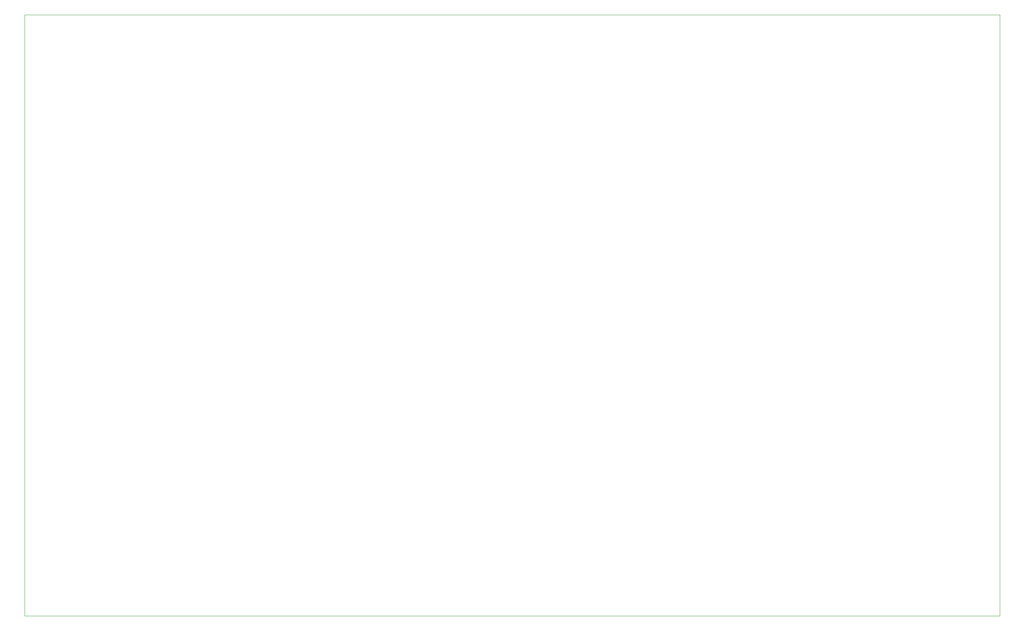
<source format=gbr>
%FSLAX23Y23*%
%MOIN*%
G04 EasyPC Gerber Version 14.0.2 Build 2922 *
%ADD22C,0.00100*%
X0Y0D02*
D02*
D22*
X4Y5550D02*
Y0D01*
X9004*
Y5550*
X4*
X0Y0D02*
M02*

</source>
